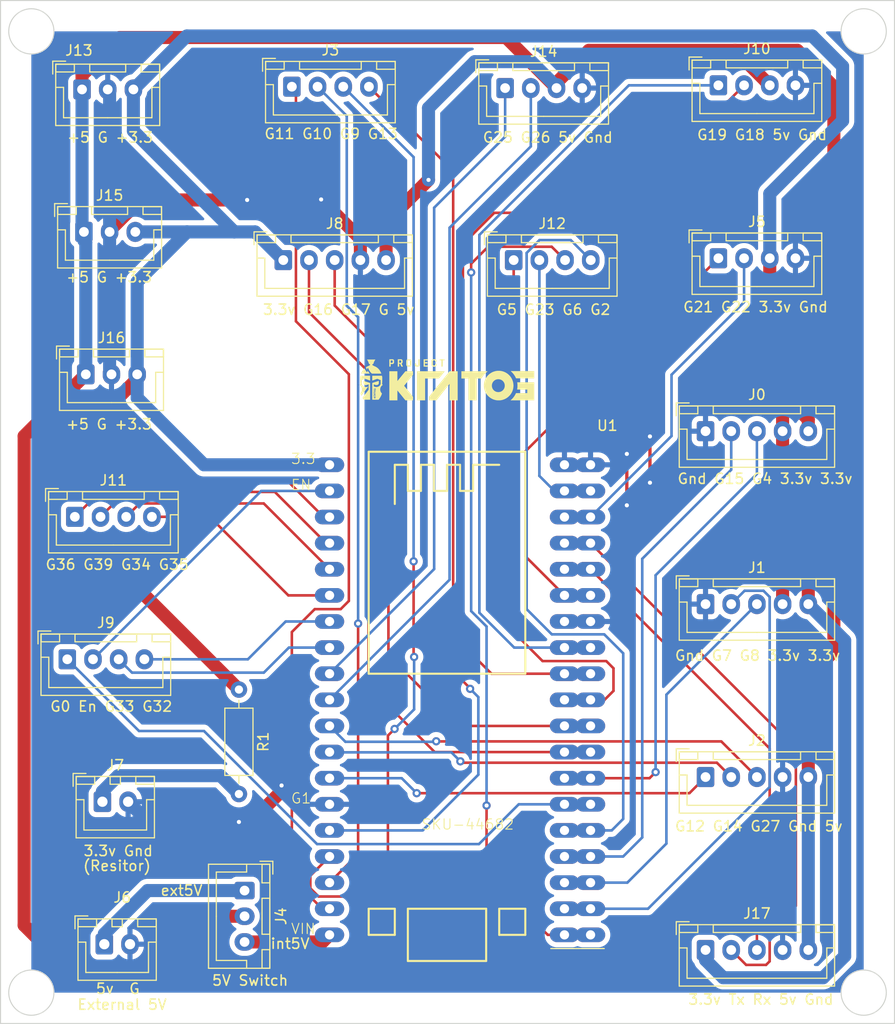
<source format=kicad_pcb>
(kicad_pcb (version 20240108) (generator "pcbnew") (generator_version "8.0")
  (layers (0 "F.Cu" mixed) (31 "B.Cu" mixed) (34 "B.Paste" user) (35 "F.Paste" user) (36 "B.SilkS" user "B.Silkscreen") (37 "F.SilkS" user "F.Silkscreen") (38 "B.Mask" user) (39 "F.Mask" user) (44 "Edge.Cuts" user))
  (net 0 "")
  (net 1 "GND")
  (net 2 "VCC")
  (net 3 "GPIO14")
  (net 4 "GPIO27")
  (net 5 "GPIO12")
  (net 6 "GPIO9")
  (net 7 "GPIO10")
  (net 8 "GPIO11")
  (net 9 "+5V")
  (net 10 "VAA")
  (net 11 "GPIO17")
  (net 12 "GPIO16")
  (net 13 "GPIO4")
  (net 14 "VCCQ")
  (net 15 "GPIO22")
  (net 16 "GPIO21")
  (net 17 "GPIO6")
  (net 18 "GPIO7")
  (net 19 "GPIO8")
  (net 20 "GPIO5")
  (net 21 "GPIO18")
  (net 22 "GPIO19")
  (net 23 "GPIO26")
  (net 24 "GPIO25")
  (net 25 "GPIO13")
  (net 26 "a_in_1")
  (net 27 "a_in_3")
  (net 28 "GPIO32")
  (net 29 "TX")
  (net 30 "RX")
  (net 31 "GPIO15")
  (net 32 "a_in_4")
  (net 33 "GPIO0")
  (net 34 "GPIO33")
  (net 35 "m4_4")
  (net 36 "a_in_2")
  (net 37 "GPIO23")
  (net 38 "SPI_RST")
  (net 39 "Net-(J7-Pin_1)")
  (footprint "Connector_JST:JST_XH_B4B-XH-A_1x04_P2.50mm_Vertical" (layer "F.Cu") (at 136.353083 41.383333)
    (property "Reference" "J3" (at 3.75 -3.55 0) (layer "F.SilkS"))
    (property "Value" "NPK converter" (hide yes))
    (pad "1" thru_hole roundrect (at 0 0) (size 1.7 1.95) (drill 0.95) (layers "*.Cu" "*.Mask") (roundrect_rratio 0.147059) (net 8 "GPIO11"))
    (pad "2" thru_hole oval (at 2.5 0) (size 1.7 1.95) (drill 0.95) (layers "*.Cu" "*.Mask") (net 7 "GPIO10"))
    (pad "3" thru_hole oval (at 5 0) (size 1.7 1.95) (drill 0.95) (layers "*.Cu" "*.Mask") (net 6 "GPIO9"))
    (pad "4" thru_hole oval (at 7.5 0) (size 1.7 1.95) (drill 0.95) (layers "*.Cu" "*.Mask") (net 25 "GPIO13"))
  )
  (footprint "Connector_JST:JST_XH_B2B-XH-A_1x02_P2.50mm_Vertical" (layer "F.Cu") (at 118.099998 124.7875)
    (property "Reference" "J6" (at 1.75 -4.55 0) (layer "F.SilkS"))
    (property "Value" "5V_in")
    (pad "1" thru_hole roundrect (at 0 0) (size 1.7 2) (drill 1) (layers "*.Cu" "*.Mask") (roundrect_rratio 0.147059) (net 9 "+5V"))
    (pad "2" thru_hole oval (at 2.5 0) (size 1.7 2) (drill 1) (layers "*.Cu" "*.Mask") (net 1 "GND"))
  )
  (footprint "Connector_JST:JST_XH_B4B-XH-A_1x04_P2.50mm_Vertical" (layer "F.Cu") (at 177.85925 58.07)
    (property "Reference" "J5" (at 3.75 -3.55 0) (layer "F.SilkS"))
    (property "Value" "spectral")
    (pad "1" thru_hole roundrect (at 0 0) (size 1.7 1.95) (drill 0.95) (layers "*.Cu" "*.Mask") (roundrect_rratio 0.147059) (net 16 "GPIO21"))
    (pad "2" thru_hole oval (at 2.5 0) (size 1.7 1.95) (drill 0.95) (layers "*.Cu" "*.Mask") (net 15 "GPIO22"))
    (pad "3" thru_hole oval (at 5 0) (size 1.7 1.95) (drill 0.95) (layers "*.Cu" "*.Mask") (net 14 "VCCQ"))
    (pad "4" thru_hole oval (at 7.5 0) (size 1.7 1.95) (drill 0.95) (layers "*.Cu" "*.Mask") (net 1 "GND"))
  )
  (footprint "Connector_JST:JST_XH_B4B-XH-A_1x04_P2.50mm_Vertical" (layer "F.Cu") (at 177.85925 41.25)
    (property "Reference" "J10" (at 3.75 -3.55 0) (layer "F.SilkS"))
    (property "Value" "Multichannel")
    (pad "1" thru_hole roundrect (at 0 0) (size 1.7 1.95) (drill 0.95) (layers "*.Cu" "*.Mask") (roundrect_rratio 0.147059) (net 22 "GPIO19"))
    (pad "2" thru_hole oval (at 2.5 0) (size 1.7 1.95) (drill 0.95) (layers "*.Cu" "*.Mask") (net 21 "GPIO18"))
    (pad "3" thru_hole oval (at 5 0) (size 1.7 1.95) (drill 0.95) (layers "*.Cu" "*.Mask") (net 2 "VCC"))
    (pad "4" thru_hole oval (at 7.5 0) (size 1.7 1.95) (drill 0.95) (layers "*.Cu" "*.Mask") (net 1 "GND"))
  )
  (footprint "Connector_JST:JST_XH_B3B-XH-A_1x03_P2.50mm_Vertical" (layer "F.Cu") (at 116.116666 55.506249)
    (property "Reference" "J15" (at 2.5 -3.55 0) (layer "F.SilkS"))
    (property "Value" "power2")
    (pad "1" thru_hole roundrect (at 0 0) (size 1.7 1.95) (drill 0.95) (layers "*.Cu" "*.Mask") (roundrect_rratio 0.147059) (net 2 "VCC"))
    (pad "2" thru_hole oval (at 2.5 0) (size 1.7 1.95) (drill 0.95) (layers "*.Cu" "*.Mask") (net 1 "GND"))
    (pad "3" thru_hole oval (at 5 0) (size 1.7 1.95) (drill 0.95) (layers "*.Cu" "*.Mask") (net 14 "VCCQ"))
  )
  (footprint "Connector_JST:JST_XH_B5B-XH-A_1x05_P2.50mm_Vertical" (layer "F.Cu") (at 176.60925 108.53)
    (property "Reference" "J2" (at 5 -3.55 0) (layer "F.SilkS"))
    (property "Value" "Drive")
    (pad "1" thru_hole roundrect (at 0 0) (size 1.7 1.95) (drill 0.95) (layers "*.Cu" "*.Mask") (roundrect_rratio 0.147059) (net 5 "GPIO12"))
    (pad "2" thru_hole oval (at 2.5 0) (size 1.7 1.95) (drill 0.95) (layers "*.Cu" "*.Mask") (net 3 "GPIO14"))
    (pad "3" thru_hole oval (at 5 0) (size 1.7 1.95) (drill 0.95) (layers "*.Cu" "*.Mask") (net 4 "GPIO27"))
    (pad "4" thru_hole oval (at 7.5 0) (size 1.7 1.95) (drill 0.95) (layers "*.Cu" "*.Mask") (net 1 "GND"))
    (pad "5" thru_hole oval (at 10 0) (size 1.7 1.95) (drill 0.95) (layers "*.Cu" "*.Mask") (net 2 "VCC"))
  )
  (footprint "node32:esp32_2in1_3dfixed" (layer "F.Cu") (at 152.05 99.75)
    (property "Reference" "U1" (at 15 -25.4 0) (layer "F.SilkS"))
    (property "Value" "NODEMCU32S")
    (fp_text user "3.3" (at -15.84 -21.59 0) (layer "F.SilkS") (effects (font (thickness 0.1)) (justify left bottom)))
    (fp_text user "VIN" (at -15.84 24.13 0) (layer "F.SilkS") (effects (font (thickness 0.1)) (justify left bottom)))
    (fp_text user "EN" (at -15.84 -19.05 0) (layer "F.SilkS") (effects (font (thickness 0.1)) (justify left bottom)))
    (fp_text user "G1" (at -15.84 11.43 0) (layer "F.SilkS") (effects (font (thickness 0.1)) (justify left bottom)))
    (fp_text user "SKU-44682" (at -3.14 13.97 0) (layer "F.SilkS") (effects (font (thickness 0.1)) (justify left bottom)))
    (pad "3V3" thru_hole oval (at -12.03 -21.59) (size 2.8448 1.4224) (drill 0.9) (layers "*.Cu" "*.Mask") (net 14 "VCCQ"))
    (pad "EN" thru_hole oval (at -12.03 -19.05) (size 2.8448 1.4224) (drill 0.9) (layers "*.Cu" "*.Mask") (net 38 "SPI_RST"))
    (pad "GND@1" thru_hole oval (at -12.03 11.43) (size 2.8448 1.4224) (drill 0.9) (layers "*.Cu" "*.Mask") (net 1 "GND"))
    (pad "GND@2" thru_hole oval (at 10.83 -21.59) (size 2.8448 1.4224) (drill 0.9) (layers "*.Cu" "*.Mask") (net 1 "GND"))
    (pad "GND@2" thru_hole oval (at 13.37 -21.59) (size 2.8448 1.4224) (drill 0.9) (layers "*.Cu" "*.Mask") (net 1 "GND"))
    (pad "GND@3" thru_hole oval (at 10.83 -6.35) (size 2.8448 1.4224) (drill 0.9) (layers "*.Cu" "*.Mask") (net 1 "GND"))
    (pad "GND@3" thru_hole oval (at 13.37 -6.35) (size 2.8448 1.4224) (drill 0.9) (layers "*.Cu" "*.Mask") (net 1 "GND"))
    (pad "GPIO0" thru_hole oval (at 10.83 11.43) (size 2.8448 1.4224) (drill 0.9) (layers "*.Cu" "*.Mask") (net 33 "GPIO0"))
    (pad "GPIO0" thru_hole oval (at 13.37 11.43) (size 2.8448 1.4224) (drill 0.9) (layers "*.Cu" "*.Mask") (net 33 "GPIO0"))
    (pad "GPIO2" thru_hole oval (at 10.83 13.97) (size 2.8448 1.4224) (drill 0.9) (layers "*.Cu" "*.Mask") (net 35 "m4_4"))
    (pad "GPIO2" thru_hole oval (at 13.37 13.97) (size 2.8448 1.4224) (drill 0.9) (layers "*.Cu" "*.Mask") (net 35 "m4_4"))
    (pad "GPIO4" thru_hole oval (at 10.83 8.89) (size 2.8448 1.4224) (drill 0.9) (layers "*.Cu" "*.Mask") (net 13 "GPIO4"))
    (pad "GPIO4" thru_hole oval (at 13.37 8.89) (size 2.8448 1.4224) (drill 0.9) (layers "*.Cu" "*.Mask") (net 13 "GPIO4"))
    (pad "GPIO5" thru_hole oval (at 10.83 1.27) (size 2.8448 1.4224) (drill 0.9) (layers "*.Cu" "*.Mask") (net 20 "GPIO5"))
    (pad "GPIO5" thru_hole oval (at 13.37 1.27) (size 2.8448 1.4224) (drill 0.9) (layers "*.Cu" "*.Mask") (net 20 "GPIO5"))
    (pad "GPIO6" thru_hole oval (at 10.83 24.13) (size 2.8448 1.4224) (drill 0.9) (layers "*.Cu" "*.Mask") (net 17 "GPIO6"))
    (pad "GPIO6" thru_hole oval (at 13.37 24.13) (size 2.8448 1.4224) (drill 0.9) (layers "*.Cu" "*.Mask") (net 17 "GPIO6"))
    (pad "GPIO7" thru_hole oval (at 10.83 21.59) (size 2.8448 1.4224) (drill 0.9) (layers "*.Cu" "*.Mask") (net 18 "GPIO7"))
    (pad "GPIO7" thru_hole oval (at 13.37 21.59) (size 2.8448 1.4224) (drill 0.9) (layers "*.Cu" "*.Mask") (net 18 "GPIO7"))
    (pad "GPIO8" thru_hole oval (at 10.83 19.05) (size 2.8448 1.4224) (drill 0.9) (layers "*.Cu" "*.Mask") (net 19 "GPIO8"))
    (pad "GPIO8" thru_hole oval (at 13.37 19.05) (size 2.8448 1.4224) (drill 0.9) (layers "*.Cu" "*.Mask") (net 19 "GPIO8"))
    (pad "GPIO9" thru_hole oval (at -12.03 16.51) (size 2.8448 1.4224) (drill 0.9) (layers "*.Cu" "*.Mask") (net 6 "GPIO9"))
    (pad "GPIO10" thru_hole oval (at -12.03 19.05) (size 2.8448 1.4224) (drill 0.9) (layers "*.Cu" "*.Mask") (net 7 "GPIO10"))
    (pad "GPIO11" thru_hole oval (at -12.03 21.59) (size 2.8448 1.4224) (drill 0.9) (layers "*.Cu" "*.Mask") (net 8 "GPIO11"))
    (pad "GPIO12" thru_hole oval (at -12.03 8.89) (size 2.8448 1.4224) (drill 0.9) (layers "*.Cu" "*.Mask") (net 5 "GPIO12"))
    (pad "GPIO13" thru_hole oval (at -12.03 13.97) (size 2.8448 1.4224) (drill 0.9) (layers "*.Cu" "*.Mask") (net 25 "GPIO13"))
    (pad "GPIO14" thru_hole oval (at -12.03 6.35) (size 2.8448 1.4224) (drill 0.9) (layers "*.Cu" "*.Mask") (net 3 "GPIO14"))
    (pad "GPIO15" thru_hole oval (at 10.83 16.51) (size 2.8448 1.4224) (drill 0.9) (layers "*.Cu" "*.Mask") (net 31 "GPIO15"))
    (pad "GPIO15" thru_hole oval (at 13.37 16.51) (size 2.8448 1.4224) (drill 0.9) (layers "*.Cu" "*.Mask") (net 31 "GPIO15"))
    (pad "GPIO16" thru_hole oval (at 10.83 6.35) (size 2.8448 1.4224) (drill 0.9) (layers "*.Cu" "*.Mask") (net 12 "GPIO16"))
    (pad "GPIO16" thru_hole oval (at 13.37 6.35) (size 2.8448 1.4224) (drill 0.9) (layers "*.Cu" "*.Mask") (net 12 "GPIO16"))
    (pad "GPIO17" thru_hole oval (at 10.83 3.81) (size 2.8448 1.4224) (drill 0.9) (layers "*.Cu" "*.Mask") (net 11 "GPIO17"))
    (pad "GPIO17" thru_hole oval (at 13.37 3.81) (size 2.8448 1.4224) (drill 0.9) (layers "*.Cu" "*.Mask") (net 11 "GPIO17"))
    (pad "GPIO18" thru_hole oval (at 10.83 -1.27) (size 2.8448 1.4224) (drill 0.9) (layers "*.Cu" "*.Mask") (net 21 "GPIO18"))
    (pad "GPIO18" thru_hole oval (at 13.37 -1.27) (size 2.8448 1.4224) (drill 0.9) (layers "*.Cu" "*.Mask") (net 21 "GPIO18"))
    (pad "GPIO19" thru_hole oval (at 10.83 -3.81) (size 2.8448 1.4224) (drill 0.9) (layers "*.Cu" "*.Mask") (net 22 "GPIO19"))
    (pad "GPIO19" thru_hole oval (at 13.37 -3.81) (size 2.8448 1.4224) (drill 0.9) (layers "*.Cu" "*.Mask") (net 22 "GPIO19"))
    (pad "GPIO21" thru_hole oval (at 10.83 -8.89) (size 2.8448 1.4224) (drill 0.9) (layers "*.Cu" "*.Mask") (net 16 "GPIO21"))
    (pad "GPIO21" thru_hole oval (at 13.37 -8.89) (size 2.8448 1.4224) (drill 0.9) (layers "*.Cu" "*.Mask") (net 16 "GPIO21"))
    (pad "GPIO22" thru_hole oval (at 10.83 -16.51) (size 2.8448 1.4224) (drill 0.9) (layers "*.Cu" "*.Mask") (net 15 "GPIO22"))
    (pad "GPIO22" thru_hole oval (at 13.37 -16.51) (size 2.8448 1.4224) (drill 0.9) (layers "*.Cu" "*.Mask") (net 15 "GPIO22"))
    (pad "GPIO23" thru_hole oval (at 10.83 -19.05) (size 2.8448 1.4224) (drill 0.9) (layers "*.Cu" "*.Mask") (net 37 "GPIO23"))
    (pad "GPIO23" thru_hole oval (at 13.37 -19.05) (size 2.8448 1.4224) (drill 0.9) (layers "*.Cu" "*.Mask") (net 37 "GPIO23"))
    (pad "GPIO25" thru_hole oval (at -12.03 -1.27) (size 2.8448 1.4224) (drill 0.9) (layers "*.Cu" "*.Mask") (net 24 "GPIO25"))
    (pad "GPIO26" thru_hole oval (at -12.03 1.27) (size 2.8448 1.4224) (drill 0.9) (layers "*.Cu" "*.Mask") (net 23 "GPIO26"))
    (pad "GPIO27" thru_hole oval (at -12.03 3.81) (size 2.8448 1.4224) (drill 0.9) (layers "*.Cu" "*.Mask") (net 4 "GPIO27"))
    (pad "GPIO32" thru_hole oval (at -12.03 -6.35) (size 2.8448 1.4224) (drill 0.9) (layers "*.Cu" "*.Mask") (net 28 "GPIO32"))
    (pad "GPIO33" thru_hole oval (at -12.03 -3.81) (size 2.8448 1.4224) (drill 0.9) (layers "*.Cu" "*.Mask") (net 34 "GPIO33"))
    (pad "GPIO34" thru_hole oval (at -12.03 -11.43) (size 2.8448 1.4224) (drill 0.9) (layers "*.Cu" "*.Mask") (net 26 "a_in_1"))
    (pad "GPIO35" thru_hole oval (at -12.03 -8.89) (size 2.8448 1.4224) (drill 0.9) (layers "*.Cu" "*.Mask") (net 36 "a_in_2"))
    (pad "GPIO36" thru_hole oval (at -12.03 -16.51) (size 2.8448 1.4224) (drill 0.9) (layers "*.Cu" "*.Mask") (net 27 "a_in_3"))
    (pad "GPIO39" thru_hole oval (at -12.03 -13.97) (size 2.8448 1.4224) (drill 0.9) (layers "*.Cu" "*.Mask") (net 32 "a_in_4"))
    (pad "RX0" thru_hole oval (at 10.83 -11.43) (size 2.8448 1.4224) (drill 0.9) (layers "*.Cu" "*.Mask") (net 30 "RX"))
    (pad "RX0" thru_hole oval (at 13.37 -11.43) (size 2.8448 1.4224) (drill 0.9) (layers "*.Cu" "*.Mask") (net 30 "RX"))
    (pad "TX0" thru_hole oval (at 10.83 -13.97) (size 2.8448 1.4224) (drill 0.9) (layers "*.Cu" "*.Mask") (net 29 "TX"))
    (pad "TX0" thru_hole oval (at 13.37 -13.97) (size 2.8448 1.4224) (drill 0.9) (layers "*.Cu" "*.Mask") (net 29 "TX"))
    (pad "VIN" thru_hole oval (at -12.03 24.13) (size 2.8448 1.4224) (drill 0.9) (layers "*.Cu" "*.Mask") (net 10 "VAA"))
  )
  (footprint "Connector_JST:JST_XH_B4B-XH-A_1x04_P2.50mm_Vertical" (layer "F.Cu") (at 157.106166 41.516666)
    (property "Reference" "J14" (at 3.75 -3.55 0) (layer "F.SilkS"))
    (property "Value" "eCO2")
    (pad "1" thru_hole roundrect (at 0 0) (size 1.7 1.95) (drill 0.95) (layers "*.Cu" "*.Mask") (roundrect_rratio 0.147059) (net 24 "GPIO25"))
    (pad "2" thru_hole oval (at 2.5 0) (size 1.7 1.95) (drill 0.95) (layers "*.Cu" "*.Mask") (net 23 "GPIO26"))
    (pad "3" thru_hole oval (at 5 0) (size 1.7 1.95) (drill 0.95) (layers "*.Cu" "*.Mask") (net 2 "VCC"))
    (pad "4" thru_hole oval (at 7.5 0) (size 1.7 1.95) (drill 0.95) (layers "*.Cu" "*.Mask") (net 1 "GND"))
  )
  (footprint "Connector_JST:JST_XH_B5B-XH-A_1x05_P2.50mm_Vertical" (layer "F.Cu") (at 176.60925 74.89)
    (property "Reference" "J0" (at 5 -3.55 0) (layer "F.SilkS"))
    (property "Value" "Encoder1")
    (pad "1" thru_hole roundrect (at 0 0) (size 1.7 1.95) (drill 0.95) (layers "*.Cu" "*.Mask") (roundrect_rratio 0.147059) (net 1 "GND"))
    (pad "2" thru_hole oval (at 2.5 0) (size 1.7 1.95) (drill 0.95) (layers "*.Cu" "*.Mask") (net 31 "GPIO15"))
    (pad "3" thru_hole oval (at 5 0) (size 1.7 1.95) (drill 0.95) (layers "*.Cu" "*.Mask") (net 13 "GPIO4"))
    (pad "4" thru_hole oval (at 7.5 0) (size 1.7 1.95) (drill 0.95) (layers "*.Cu" "*.Mask") (net 14 "VCCQ"))
    (pad "5" thru_hole oval (at 10 0) (size 1.7 1.95) (drill 0.95) (layers "*.Cu" "*.Mask") (net 14 "VCCQ"))
  )
  (footprint "Resistor_THT:R_Axial_DIN0207_L6.3mm_D2.5mm_P10.16mm_Horizontal" (layer "F.Cu") (at 131.2 100.02 -90)
    (property "Reference" "R1" (at 5.08 -2.37 90) (layer "F.SilkS"))
    (property "Value" "R")
    (pad "1" thru_hole circle (at 0 0 270) (size 1.6 1.6) (drill 0.8) (layers "*.Cu" "*.Mask") (net 14 "VCCQ"))
    (pad "2" thru_hole oval (at 10.16 0 270) (size 1.6 1.6) (drill 0.8) (layers "*.Cu" "*.Mask") (net 39 "Net-(J7-Pin_1)"))
  )
  (footprint "Connector_JST:JST_XH_B3B-XH-A_1x03_P2.50mm_Vertical" (layer "F.Cu") (at 116.299999 69.362499)
    (property "Reference" "J16" (at 2.5 -3.55 0) (layer "F.SilkS"))
    (property "Value" "power3")
    (pad "1" thru_hole roundrect (at 0 0) (size 1.7 1.95) (drill 0.95) (layers "*.Cu" "*.Mask") (roundrect_rratio 0.147059) (net 2 "VCC"))
    (pad "2" thru_hole oval (at 2.5 0) (size 1.7 1.95) (drill 0.95) (layers "*.Cu" "*.Mask") (net 1 "GND"))
    (pad "3" thru_hole oval (at 5 0) (size 1.7 1.95) (drill 0.95) (layers "*.Cu" "*.Mask") (net 14 "VCCQ"))
  )
  (footprint "Connector_JST:JST_XH_B5B-XH-A_1x05_P2.50mm_Vertical" (layer "F.Cu") (at 176.60925 91.71)
    (property "Reference" "J1" (at 5 -3.55 0) (layer "F.SilkS"))
    (property "Value" "Encoder2")
    (pad "1" thru_hole roundrect (at 0 0) (size 1.7 1.95) (drill 0.95) (layers "*.Cu" "*.Mask") (roundrect_rratio 0.147059) (net 1 "GND"))
    (pad "2" thru_hole oval (at 2.5 0) (size 1.7 1.95) (drill 0.95) (layers "*.Cu" "*.Mask") (net 18 "GPIO7"))
    (pad "3" thru_hole oval (at 5 0) (size 1.7 1.95) (drill 0.95) (layers "*.Cu" "*.Mask") (net 19 "GPIO8"))
    (pad "4" thru_hole oval (at 7.5 0) (size 1.7 1.95) (drill 0.95) (layers "*.Cu" "*.Mask") (net 14 "VCCQ"))
    (pad "5" thru_hole oval (at 10 0) (size 1.7 1.95) (drill 0.95) (layers "*.Cu" "*.Mask") (net 14 "VCCQ"))
  )
  (footprint "Connector_JST:JST_XH_B5B-XH-A_1x05_P2.50mm_Vertical" (layer "F.Cu") (at 176.60925 125.35)
    (property "Reference" "J17" (at 5 -3.55 0) (layer "F.SilkS"))
    (property "Value" "uart")
    (pad "1" thru_hole roundrect (at 0 0) (size 1.7 1.95) (drill 0.95) (layers "*.Cu" "*.Mask") (roundrect_rratio 0.147059) (net 14 "VCCQ"))
    (pad "2" thru_hole oval (at 2.5 0) (size 1.7 1.95) (drill 0.95) (layers "*.Cu" "*.Mask") (net 29 "TX"))
    (pad "3" thru_hole oval (at 5 0) (size 1.7 1.95) (drill 0.95) (layers "*.Cu" "*.Mask") (net 30 "RX"))
    (pad "4" thru_hole oval (at 7.5 0) (size 1.7 1.95) (drill 0.95) (layers "*.Cu" "*.Mask") (net 1 "GND"))
    (pad "5" thru_hole oval (at 10 0) (size 1.7 1.95) (drill 0.95) (layers "*.Cu" "*.Mask") (net 2 "VCC"))
  )
  (footprint "Connector_JST:JST_XH_B4B-XH-A_1x04_P2.50mm_Vertical" (layer "F.Cu") (at 157.9395 58.25)
    (property "Reference" "J12" (at 3.75 -3.55 0) (layer "F.SilkS"))
    (property "Value" "extra3")
    (pad "1" thru_hole roundrect (at 0 0) (size 1.7 1.95) (drill 0.95) (layers "*.Cu" "*.Mask") (roundrect_rratio 0.147059) (net 20 "GPIO5"))
    (pad "2" thru_hole oval (at 2.5 0) (size 1.7 1.95) (drill 0.95) (layers "*.Cu" "*.Mask") (net 37 "GPIO23"))
    (pad "3" thru_hole oval (at 5 0) (size 1.7 1.95) (drill 0.95) (layers "*.Cu" "*.Mask") (net 17 "GPIO6"))
    (pad "4" thru_hole oval (at 7.5 0) (size 1.7 1.95) (drill 0.95) (layers "*.Cu" "*.Mask") (net 35 "m4_4"))
  )
  (footprint "Connector_JST:JST_XH_B4B-XH-A_1x04_P2.50mm_Vertical" (layer "F.Cu") (at 114.5 97.074999)
    (property "Reference" "J9" (at 3.75 -3.55 0) (layer "F.SilkS"))
    (property "Value" "extra1")
    (pad "1" thru_hole roundrect (at 0 0) (size 1.7 1.95) (drill 0.95) (layers "*.Cu" "*.Mask") (roundrect_rratio 0.147059) (net 33 "GPIO0"))
    (pad "2" thru_hole oval (at 2.5 0) (size 1.7 1.95) (drill 0.95) (layers "*.Cu" "*.Mask") (net 38 "SPI_RST"))
    (pad "3" thru_hole oval (at 5 0) (size 1.7 1.95) (drill 0.95) (layers "*.Cu" "*.Mask") (net 34 "GPIO33"))
    (pad "4" thru_hole oval (at 7.5 0) (size 1.7 1.95) (drill 0.95) (layers "*.Cu" "*.Mask") (net 28 "GPIO32"))
  )
  (footprint "Connector_JST:JST_XH_B5B-XH-A_1x05_P2.50mm_Vertical" (layer "F.Cu") (at 135.51975 58.25)
    (property "Reference" "J8" (at 5 -3.55 0) (layer "F.SilkS"))
    (property "Value" "i2c pin1")
    (pad "1" thru_hole roundrect (at 0 0) (size 1.7 1.95) (drill 0.95) (layers "*.Cu" "*.Mask") (roundrect_rratio 0.147059) (net 14 "VCCQ"))
    (pad "2" thru_hole oval (at 2.5 0) (size 1.7 1.95) (drill 0.95) (layers "*.Cu" "*.Mask") (net 12 "GPIO16"))
    (pad "3" thru_hole oval (at 5 0) (size 1.7 1.95) (drill 0.95) (layers "*.Cu" "*.Mask") (net 11 "GPIO17"))
    (pad "4" thru_hole oval (at 7.5 0) (size 1.7 1.95) (drill 0.95) (layers "*.Cu" "*.Mask") (net 1 "GND"))
    (pad "5" thru_hole oval (at 10 0) (size 1.7 1.95) (drill 0.95) (layers "*.Cu" "*.Mask") (net 2 "VCC"))
  )
  (footprint "Connector_JST:JST_XH_B4B-XH-A_1x04_P2.50mm_Vertical" (layer "F.Cu") (at 115.233332 83.218749)
    (property "Reference" "J11" (at 3.75 -3.55 0) (layer "F.SilkS"))
    (property "Value" "extra2")
    (pad "1" thru_hole roundrect (at 0 0) (size 1.7 1.95) (drill 0.95) (layers "*.Cu" "*.Mask") (roundrect_rratio 0.147059) (net 27 "a_in_3"))
    (pad "2" thru_hole oval (at 2.5 0) (size 1.7 1.95) (drill 0.95) (layers "*.Cu" "*.Mask") (net 32 "a_in_4"))
    (pad "3" thru_hole oval (at 5 0) (size 1.7 1.95) (drill 0.95) (layers "*.Cu" "*.Mask") (net 26 "a_in_1"))
    (pad "4" thru_hole oval (at 7.5 0) (size 1.7 1.95) (drill 0.95) (layers "*.Cu" "*.Mask") (net 36 "a_in_2"))
  )
  (footprint "Connector_JST:JST_XH_B2B-XH-A_1x02_P2.50mm_Vertical" (layer "F.Cu") (at 117.916665 110.931249)
    (property "Reference" "J7" (at 1.25 -3.55 0) (layer "F.SilkS"))
    (property "Value" "led")
    (pad "1" thru_hole roundrect (at 0 0) (size 1.7 2) (drill 1) (layers "*.Cu" "*.Mask") (roundrect_rratio 0.147059) (net 39 "Net-(J7-Pin_1)"))
    (pad "2" thru_hole oval (at 2.5 0) (size 1.7 2) (drill 1) (layers "*.Cu" "*.Mask") (net 1 "GND"))
  )
  (footprint "Connector_JST:JST_XH_B3B-XH-A_1x03_P2.50mm_Vertical" (layer "F.Cu") (at 131.75 119.57 -90)
    (property "Reference" "J4" (at 2.5 -3.55 90) (layer "F.SilkS"))
    (property "Value" "5V_switch")
    (pad "1" thru_hole roundrect (at 0 0 270) (size 1.7 1.95) (drill 0.95) (layers "*.Cu" "*.Mask") (roundrect_rratio 0.147059) (net 9 "+5V"))
    (pad "2" thru_hole oval (at 2.5 0 270) (size 1.7 1.95) (drill 0.95) (layers "*.Cu" "*.Mask") (net 2 "VCC"))
    (pad "3" thru_hole oval (at 5 0 270) (size 1.7 1.95) (drill 0.95) (layers "*.Cu" "*.Mask") (net 10 "VAA"))
  )
  (footprint "Connector_JST:JST_XH_B3B-XH-A_1x03_P2.50mm_Vertical" (layer "F.Cu") (at 115.933333 41.649999)
    (property "Reference" "J13" (at -0.3 -3.795832 0) (layer "F.SilkS"))
    (property "Value" "power1")
    (pad "1" thru_hole roundrect (at 0 0) (size 1.7 1.95) (drill 0.95) (layers "*.Cu" "*.Mask") (roundrect_rratio 0.147059) (net 2 "VCC"))
    (pad "2" thru_hole oval (at 2.5 0) (size 1.7 1.95) (drill 0.95) (layers "*.Cu" "*.Mask") (net 1 "GND"))
    (pad "3" thru_hole oval (at 5 0) (size 1.7 1.95) (drill 0.95) (layers "*.Cu" "*.Mask") (net 14 "VCCQ"))
  )
  (footprint "node32:KratosLOGO" (layer "F.Cu") (at 151.45 69.89)
    (property "Reference" "KratosLogo" (hide yes))
    (property "Value" "LOGO" (hide yes))
  )
  (gr_circle (center 111 129.5) (end 113.2 129.5) (stroke (width 0.1)) (fill none) (layer "Edge.Cuts"))
  (gr_circle (center 192 36) (end 194.2 36) (stroke (width 0.1)) (fill none) (layer "Edge.Cuts"))
  (gr_rect (start 108 33) (end 195 132.5) (stroke (width 0.1)) (fill none) (layer "Edge.Cuts"))
  (gr_circle (center 111 36) (end 113.2 36) (stroke (width 0.1)) (fill none) (layer "Edge.Cuts"))
  (gr_circle (center 192 129.5) (end 194.2 129.5) (stroke (width 0.1)) (fill none) (layer "Edge.Cuts"))
  (gr_text "+5 G +3.3" (at 114.316666 60.5 0) (layer "F.SilkS") (effects (font (size 1 1)) (justify left bottom)))
  (gr_text "+5 G +3.3" (at 114.4 46.9 0) (layer "F.SilkS") (effects (font (size 1 1)) (justify left bottom)))
  (gr_text "Gnd G15 G4 3.3v 3.3v" (at 173.8 80.1 0) (layer "F.SilkS") (effects (font (size 1 1)) (justify left bottom)))
  (gr_text "G36 G39 G34 G35" (at 112.3 88.45 0) (layer "F.SilkS") (effects (font (size 1 1)) (justify left bottom)))
  (gr_text "3.3v G16 G17 G 5v" (at 133.45 63.65 0) (layer "F.SilkS") (effects (font (size 1 1)) (justify left bottom)))
  (gr_text "3.3v Tx Rx 5v Gnd " (at 174.85 130.75 0) (layer "F.SilkS") (effects (font (size 1 1)) (justify left bottom)))
  (gr_text "(Resitor)" (at 115.95 117.75 0) (layer "F.SilkS") (effects (font (size 1 1)) (justify left bottom)))
  (gr_text "ext5V" (at 123.5 120.15 0) (layer "F.SilkS") (effects (font (size 1 1)) (justify left bottom)))
  (gr_text "External 5V" (at 115.4 131.25 0) (layer "F.SilkS") (effects (font (size 1 1)) (justify left bottom)))
  (gr_text "G0 En G33 G32" (at 112.75 102.25 0) (layer "F.SilkS") (effects (font (size 1 1)) (justify left bottom)))
  (gr_text "5V Switch" (at 128.5 128.9 0) (layer "F.SilkS") (effects (font (size 1 1)) (justify left bottom)))
  (gr_text "5v  G" (at 117.2 129.7 0) (layer "F.SilkS") (effects (font (size 1 1)) (justify left bottom)))
  (gr_text "G11 G10 G9 G13" (at 133.6 46.55 0) (layer "F.SilkS") (effects (font (size 1 1)) (justify left bottom)))
  (gr_text "Gnd G7 G8 3.3v 3.3v" (at 173.55 97.3 0) (layer "F.SilkS") (effects (font (size 1 1)) (justify left bottom)))
  (gr_text "G21 G22 3.3v Gnd\n" (at 174.35 63.4 0) (layer "F.SilkS") (effects (font (size 1 1)) (justify left bottom)))
  (gr_text "G25 G26 5v Gnd\n" (at 154.85 46.9 0) (layer "F.SilkS") (effects (font (size 1 1)) (justify left bottom)))
  (gr_text "int5V" (at 134.2 125.32 0) (layer "F.SilkS") (effects (font (size 1 1)) (justify left bottom)))
  (gr_text "G19 G18 5v Gnd\n" (at 175.7 46.65 0) (layer "F.SilkS") (effects (font (size 1 1)) (justify left bottom)))
  (gr_text "G12 G14 G27 Gnd 5v" (at 173.55 113.9 0) (layer "F.SilkS") (effects (font (size 1 1)) (justify left bottom)))
  (gr_text "3.3v Gnd" (at 116 116.3 0) (layer "F.SilkS") (effects (font (size 1 1)) (justify left bottom)))
  (gr_text "G5 G23 G6 G2" (at 156.2 63.65 0) (layer "F.SilkS") (effects (font (size 1 1)) (justify left bottom)))
  (gr_text "+5 G +3.3" (at 114.3 74.8 0) (layer "F.SilkS") (effects (font (size 1 1)) (justify left bottom)))
  (segment (start 168.95 82.1) (end 168.95 77.1) (width 0.3175) (layer "F.Cu") (net 1))
  (segment (start 132.35 112.9) (end 131.2 112.9) (width 1.27) (layer "F.Cu") (net 1))
  (segment (start 143.01975 58.25) (end 143.01975 56.16975) (width 1.27) (layer "F.Cu") (net 1))
  (segment (start 132 52.4) (end 121.597915 52.4) (width 1.27) (layer "F.Cu") (net 1))
  (segment (start 118.616666 55.381249) (end 118.616666 55.506249) (width 1.27) (layer "F.Cu") (net 1))
  (segment (start 121.597915 52.4) (end 118.616666 55.381249) (width 1.27) (layer "F.Cu") (net 1))
  (segment (start 135.35 109.9) (end 132.35 112.9) (width 1.27) (layer "F.Cu") (net 1))
  (segment (start 135.35 109.35) (end 135.35 109.9) (width 1.27) (layer "F.Cu") (net 1))
  (segment (start 143.01975 56.16975) (end 139.2 52.35) (width 1.27) (layer "F.Cu") (net 1))
  (segment (start 171.2 79.9) (end 171.2 75.4) (width 0.3175) (layer "F.Cu") (net 1))
  (via (at 135.35 109.35) (size 0.8) (drill 0.4) (layers "F.Cu" "B.Cu") (net 1))
  (via (at 171.2 75.4) (size 0.8) (drill 0.4) (layers "F.Cu" "B.Cu") (net 1))
  (via (at 139.2 52.35) (size 0.8) (drill 0.4) (layers "F.Cu" "B.Cu") (net 1))
  (via (at 132 52.4) (size 0.8) (drill 0.4) (layers "F.Cu" "B.Cu") (net 1))
  (via (at 131.2 112.9) (size 0.8) (drill 0.4) (layers "F.Cu" "B.Cu") (net 1))
  (via (at 168.95 77.1) (size 0.8) (drill 0.4) (layers "F.Cu" "B.Cu") (net 1))
  (via (at 168.95 82.1) (size 0.8) (drill 0.4) (layers "F.Cu" "B.Cu") (net 1))
  (via (at 171.2 79.9) (size 0.8) (drill 0.4) (layers "F.Cu" "B.Cu") (net 1))
  (segment (start 132.05 52.35) (end 132 52.4) (width 1.27) (layer "B.Cu") (net 1))
  (segment (start 131.2 112.9) (end 122.385416 112.9) (width 1.27) (layer "B.Cu") (net 1))
  (segment (start 118.616666 41.833332) (end 118.433333 41.649999) (width 1.27) (layer "B.Cu") (net 1))
  (segment (start 118.616666 55.506249) (end 118.616666 69.179166) (width 1.27) (layer "B.Cu") (net 1))
  (segment (start 139.2 52.35) (end 132.05 52.35) (width 1.27) (layer "B.Cu") (net 1))
  (segment (start 118.616666 69.179166) (end 118.799999 69.362499) (width 1.27) (layer "B.Cu") (net 1))
  (segment (start 118.616666 55.506249) (end 118.616666 41.833332) (width 1.27) (layer "B.Cu") (net 1))
  (segment (start 122.385416 112.9) (end 120.416665 110.931249) (width 1.27) (layer "B.Cu") (net 1))
  (segment (start 128.63 122.07) (end 121.85 128.85) (width 1.27) (layer "F.Cu") (net 2))
  (segment (start 157.19745 36.6) (end 119.6 36.6) (width 1.27) (layer "F.Cu") (net 2))
  (segment (start 179.4672 37.85) (end 165.25 37.85) (width 1.27) (layer "F.Cu") (net 2))
  (segment (start 162.106166 40.993834) (end 162.106166 41.516666) (width 1.27) (layer "F.Cu") (net 2))
  (segment (start 110.3 122.95) (end 110.3 75.362498) (width 1.27) (layer "F.Cu") (net 2))
  (segment (start 119.6 36.6) (end 115.933333 40.266667) (width 1.27) (layer "F.Cu") (net 2))
  (segment (start 186.60925 108.53) (end 186.60925 98.79075) (width 1.27) (layer "F.Cu") (net 2))
  (segment (start 189.1 96.3) (end 189.1 41.4) (width 1.27) (layer "F.Cu") (net 2))
  (segment (start 145.51975 54.58025) (end 149.65 50.45) (width 1.27) (layer "F.Cu") (net 2))
  (segment (start 145.51975 58.25) (end 145.51975 54.58025) (width 1.27) (layer "F.Cu") (net 2))
  (segment (start 182.45 40.84075) (end 182.85925 41.25) (width 1.27) (layer "F.Cu") (net 2))
  (segment (start 131.75 122.07) (end 128.63 122.07) (width 1.27) (layer "F.Cu") (net 2))
  (segment (start 186.60925 98.79075) (end 189.1 96.3) (width 1.27) (layer "F.Cu") (net 2))
  (segment (start 185.55 37.85) (end 179.4672 37.85) (width 1.27) (layer "F.Cu") (net 2))
  (segment (start 116.2 128.85) (end 110.3 122.95) (width 1.27) (layer "F.Cu") (net 2))
  (segment (start 182.85925 41.25) (end 182.85925 41.24205) (width 1.27) (layer "F.Cu") (net 2))
  (segment (start 182.85925 41.24205) (end 179.4672 37.85) (width 1.27) (layer "F.Cu") (net 2))
  (segment (start 110.3 75.362498) (end 116.299999 69.362499) (width 1.27) (layer "F.Cu") (net 2))
  (segment (start 121.85 128.85) (end 116.2 128.85) (width 1.27) (layer "F.Cu") (net 2))
  (segment (start 165.25 37.85) (end 162.106166 40.993834) (width 1.27) (layer "F.Cu") (net 2))
  (segment (start 162.106166 41.516666) (end 162.106166 41.508716) (width 1.27) (layer "F.Cu") (net 2))
  (segment (start 189.1 41.4) (end 185.55 37.85) (width 1.27) (layer "F.Cu") (net 2))
  (segment (start 115.933333 40.266667) (end 115.933333 41.649999) (width 1.27) (layer "F.Cu") (net 2))
  (segment (start 162.106166 41.508716) (end 157.19745 36.6) (width 1.27) (layer "F.Cu") (net 2))
  (via (at 149.65 50.45) (size 0.8) (drill 0.4) (layers "F.Cu" "B.Cu") (net 2))
  (segment (start 154.15 38.95) (end 159.6645 38.95) (width 1.27) (layer "B.Cu") (net 2))
  (segment (start 116.116666 55.506249) (end 116.116666 56.333334) (width 1.27) (layer "B.Cu") (net 2))
  (segment (start 159.6645 38.95) (end 162.106166 41.391666) (width 1.27) (layer "B.Cu") (net 2))
  (segment (start 116.116666 56.333334) (end 116.299999 56.516667) (width 1.27) (layer "B.Cu") (net 2))
  (segment (start 115.933333 55.322916) (end 116.116666 55.506249) (width 1.27) (layer "B.Cu") (net 2))
  (segment (start 149.65 50.45) (end 149.65 43.45) (width 1.27) (layer "B.Cu") (net 2))
  (segment (start 162.106166 41.391666) (end 162.106166 41.516666) (width 1.27) (layer "B.Cu") (net 2))
  (segment (start 186.60925 108.53) (end 186.60925 125.35) (width 1.27) (layer "B.Cu") (net 2))
  (segment (start 149.65 43.45) (end 154.15 38.95) (width 1.27) (layer "B.Cu") (net 2))
  (segment (start 115.933333 41.649999) (end 115.933333 55.322916) (width 1.27) (layer "B.Cu") (net 2))
  (segment (start 116.299999 56.516667) (end 116.299999 69.362499) (width 1.27) (layer "B.Cu") (net 2))
  (segment (start 152.75 107) (end 152.8862 107.1362) (width 0.25) (layer "F.Cu") (net 3))
  (segment (start 152.8862 107.1362) (end 177.71545 107.1362) (width 0.25) (layer "F.Cu") (net 3))
  (segment (start 177.71545 107.1362) (end 179.10925 108.53) (width 0.25) (layer "F.Cu") (net 3))
  (via (at 152.75 107) (size 0.8) (drill 0.4) (layers "F.Cu" "B.Cu") (net 3))
  (segment (start 151.875 106.125) (end 140.045 106.125) (width 0.25) (layer "B.Cu") (net 3))
  (segment (start 152.75 107) (end 151.875 106.125) (width 0.25) (layer "B.Cu") (net 3))
  (segment (start 140.045 106.125) (end 140.02 106.1) (width 0.25) (layer "B.Cu") (net 3))
  (segment (start 150.4138 105.0638) (end 150.4 105.05) (width 0.25) (layer "F.Cu") (net 4))
  (segment (start 178.14305 105.0638) (end 150.4138 105.0638) (width 0.25) (layer "F.Cu") (net 4))
  (segment (start 181.60925 108.53) (end 178.14305 105.0638) (width 0.25) (layer "F.Cu") (net 4))
  (via (at 150.4 105.05) (size 0.8) (drill 0.4) (layers "F.Cu" "B.Cu") (net 4))
  (segment (start 141.56 105.1) (end 140.02 103.56) (width 0.25) (layer "B.Cu") (net 4))
  (segment (start 150.35 105.1) (end 141.56 105.1) (width 0.25) (layer "B.Cu") (net 4))
  (segment (start 150.4 105.05) (end 150.35 105.1) (width 0.25) (layer "B.Cu") (net 4))
  (segment (start 176.60925 108.53) (end 175.03925 110.1) (width 0.25) (layer "F.Cu") (net 5))
  (segment (start 175.03925 110.1) (end 148.5 110.1) (width 0.25) (layer "F.Cu") (net 5))
  (via (at 148.5 110.1) (size 0.8) (drill 0.4) (layers "F.Cu" "B.Cu") (net 5))
  (segment (start 148.5 110.1) (end 147.04 108.64) (width 0.25) (layer "B.Cu") (net 5))
  (segment (start 147.04 108.64) (end 140.02 108.64) (width 0.25) (layer "B.Cu") (net 5))
  (segment (start 138.95 120.15) (end 138.15 119.35) (width 0.25) (layer "F.Cu") (net 6))
  (segment (start 141.95 120.15) (end 138.95 120.15) (width 0.25) (layer "F.Cu") (net 6))
  (segment (start 148.2 96.8) (end 148.25 96.85) (width 0.25) (layer "F.Cu") (net 6))
  (segment (start 145.7 116.4) (end 141.95 120.15) (width 0.25) (layer "F.Cu") (net 6))
  (segment (start 138.15 119.35) (end 138.15 118.13) (width 0.25) (layer "F.Cu") (net 6))
  (segment (start 138.15 118.13) (end 140.02 116.26) (width 0.25) (layer "F.Cu") (net 6))
  (segment (start 148.2 87.55) (end 148.2 96.8) (width 0.25) (layer "F.Cu") (net 6))
  (segment (start 146.35 103.85) (end 145.7 104.5) (width 0.25) (layer "F.Cu") (net 6))
  (segment (start 145.7 104.5) (end 145.7 116.4) (width 0.25) (layer "F.Cu") (net 6))
  (via (at 146.35 103.85) (size 0.8) (drill 0.4) (layers "F.Cu" "B.Cu") (net 6))
  (via (at 148.25 96.85) (size 0.8) (drill 0.4) (layers "F.Cu" "B.Cu") (net 6))
  (via (at 148.2 87.55) (size 0.8) (drill 0.4) (layers "F.Cu" "B.Cu") (net 6))
  (segment (start 148.25 101.95) (end 148.25 96.85) (width 0.25) (layer "B.Cu") (net 6))
  (segment (start 146.35 103.85) (end 148.25 101.95) (width 0.25) (layer "B.Cu") (net 6))
  (segment (start 141.353083 41.383333) (end 148.2 48.23025) (width 0.25) (layer "B.Cu") (net 6))
  (segment (start 148.2 48.23025) (end 148.2 87.55) (width 0.25) (layer "B.Cu") (net 6))
  (segment (start 142.8 116.02) (end 140.02 118.8) (width 0.25) (layer "F.Cu") (net 7))
  (segment (start 142.8 93.6) (end 142.8 116.02) (width 0.25) (layer "F.Cu") (net 7))
  (via (at 142.8 93.6) (size 0.8) (drill 0.4) (layers "F.Cu" "B.Cu") (net 7))
  (segment (start 142.8 63.8) (end 142.8 93.6) (width 0.25) (layer "B.Cu") (net 7))
  (segment (start 141.69475 62.69475) (end 142.3 63.3) (width 0.25) (layer "B.Cu") (net 7))
  (segment (start 138.853083 41.383333) (end 141.69475 44.225) (width 0.25) (layer "B.Cu") (net 7))
  (segment (start 142.3 63.3) (end 142.8 63.8) (width 0.25) (layer "B.Cu") (net 7))
  (segment (start 141.69475 44.225) (end 141.69475 62.69475) (width 0.25) (layer "B.Cu") (net 7))
  (segment (start 138.575792 92.2) (end 141.1 92.2) (width 0.25) (layer "F.Cu") (net 8))
  (segment (start 141.9 69.35) (end 136.75 64.2) (width 0.25) (layer "F.Cu") (net 8))
  (segment (start 136.35 118.3812) (end 136.35 94.425792) (width 0.25) (layer "F.Cu") (net 8))
  (segment (start 141.1 92.2) (end 141.9 91.4) (width 0.25) (layer "F.Cu") (net 8))
  (segment (start 136.35 94.425792) (end 138.575792 92.2) (width 0.25) (layer "F.Cu") (net 8))
  (segment (start 141.9 91.4) (end 141.9 69.35) (width 0.25) (layer "F.Cu") (net 8))
  (segment (start 136.75 41.78025) (end 136.353083 41.383333) (width 0.25) (layer "F.Cu") (net 8))
  (segment (start 140.02 121.34) (end 139.3088 121.34) (width 0.25) (layer "F.Cu") (net 8))
  (segment (start 136.75 64.2) (end 136.75 41.78025) (width 0.25) (layer "F.Cu") (net 8))
  (segment (start 139.3088 121.34) (end 136.35 118.3812) (width 0.25) (layer "F.Cu") (net 8))
  (segment (start 122.317498 119.57) (end 131.75 119.57) (width 1.27) (layer "B.Cu") (net 9))
  (segment (start 118.099998 123.7875) (end 122.317498 119.57) (width 1.27) (layer "B.Cu") (net 9))
  (segment (start 118.099998 124.7875) (end 118.099998 123.7875) (width 1.27) (layer "B.Cu") (net 9))
  (segment (start 131.75 124.57) (end 139.33 124.57) (width 1.27) (layer "F.Cu") (net 10))
  (segment (start 139.33 124.57) (end 140.02 123.88) (width 1.27) (layer "F.Cu") (net 10))
  (segment (start 140.51975 62.66975) (end 145.75 67.9) (width 0.25) (layer "F.Cu") (net 11))
  (segment (start 145.75 67.9) (end 145.75 96.7) (width 0.25) (layer "F.Cu") (net 11))
  (segment (start 140.51975 58.25) (end 140.51975 62.66975) (width 0.25) (layer "F.Cu") (net 11))
  (segment (start 152.61 103.56) (end 165.42 103.56) (width 0.25) (layer "F.Cu") (net 11))
  (segment (start 145.75 96.7) (end 152.61 103.56) (width 0.25) (layer "F.Cu") (net 11))
  (segment (start 146.35 102.2) (end 145.2 102.2) (width 0.25) (layer "F.Cu") (net 12))
  (segment (start 138.01975 63.31975) (end 138.01975 58.25) (width 0.25) (layer "F.Cu") (net 12))
  (segment (start 145.2 102.2) (end 143.8 100.8) (width 0.25) (layer "F.Cu") (net 12))
  (segment (start 143.8 100.8) (end 143.8 69.1) (width 0.25) (layer "F.Cu") (net 12))
  (segment (start 143.8 69.1) (end 138.01975 63.31975) (width 0.25) (layer "F.Cu") (net 12))
  (segment (start 150.25 106.1) (end 146.35 102.2) (width 0.25) (layer "F.Cu") (net 12))
  (segment (start 162.88 106.1) (end 150.25 106.1) (width 0.25) (layer "F.Cu") (net 12))
  (segment (start 171.16 108.64) (end 171.75 108.05) (width 0.25) (layer "F.Cu") (net 13))
  (segment (start 165.42 108.64) (end 171.16 108.64) (width 0.25) (layer "F.Cu") (net 13))
  (via (at 171.75 108.05) (size 0.8) (drill 0.4) (layers "F.Cu" "B.Cu") (net 13))
  (segment (start 171.75 108.05) (end 171.75 88.9) (width 0.25) (layer "B.Cu") (net 13))
  (segment (start 181.60925 79.04075) (end 181.60925 74.89) (width 0.25) (layer "B.Cu") (net 13))
  (segment (start 171.75 88.9) (end 181.60925 79.04075) (width 0.25) (layer "B.Cu") (net 13))
  (segment (start 184.10925 86.65) (end 186.60925 89.15) (width 1.27) (layer "F.Cu") (net 14))
  (segment (start 112.1 86.15) (end 112.1 79) (width 1.27) (layer "F.Cu") (net 14))
  (segment (start 120.63 89.45) (end 115.4 89.45) (width 1.27) (layer "F.Cu") (net 14))
  (segment (start 184.10925 88.8) (end 184.10925 91.71) (width 1.27) (layer "F.Cu") (net 14))
  (segment (start 184.10925 71.25) (end 184.10925 74.89) (width 1.27) (layer "F.Cu") (net 14))
  (segment (start 184.10925 74.89) (end 184.10925 86.65) (width 1.27) (layer "F.Cu") (net 14))
  (segment (start 184.10925 61.565) (end 184.10925 71.25) (width 1.27) (layer "F.Cu") (net 14))
  (segment (start 121.299999 69.800001) (end 121.299999 69.362499) (width 1.27) (layer "F.Cu") (net 14))
  (segment (start 112.1 79) (end 121.299999 69.800001) (width 1.27) (layer "F.Cu") (net 14))
  (segment (start 186.60925 89.15) (end 186.60925 91.71) (width 1.27) (layer "F.Cu") (net 14))
  (segment (start 184.10925 86.65) (end 184.10925 88.8) (width 1.27) (layer "F.Cu") (net 14))
  (segment (start 182.85925 58.07) (end 182.85925 60.315) (width 1.27) (layer "F.Cu") (net 14))
  (segment (start 131.2 100.02) (end 120.63 89.45) (width 1.27) (layer "F.Cu") (net 14))
  (segment (start 182.85925 60.315) (end 184.10925 61.565) (width 1.27) (layer "F.Cu") (net 14))
  (segment (start 115.4 89.45) (end 112.1 86.15) (width 1.27) (layer "F.Cu") (net 14))
  (segment (start 186.60925 74.89) (end 186.60925 73.75) (width 1.27) (layer "F.Cu") (net 14))
  (segment (start 186.60925 73.75) (end 184.10925 71.25) (width 1.27) (layer "F.Cu") (net 14))
  (segment (start 121.299999 69.362499) (end 121.299999 60.35625) (width 1.27) (layer "B.Cu") (net 14))
  (segment (start 187 36.45) (end 126.133332 36.45) (width 1.27) (layer "B.Cu") (net 14))
  (segment (start 126.15 55.506249) (end 130.75 55.506249) (width 1.27) (layer "B.Cu") (net 14))
  (segment (start 178.33425 128.05) (end 188.05 128.05) (width 1.27) (layer "B.Cu") (net 14))
  (segment (start 190.15 95.25075) (end 186.60925 91.71) (width 1.27) (layer "B.Cu") (net 14))
  (segment (start 121.299999 69.362499) (end 121.299999 71.649999) (width 1.27) (layer "B.Cu") (net 14))
  (segment (start 182.85925 51.79075) (end 189.95 44.7) (width 1.27) (layer "B.Cu") (net 14))
  (segment (start 176.60925 125.35) (end 176.60925 126.325) (width 1.27) (layer "B.Cu") (net 14))
  (segment (start 121.299999 71.649999) (end 127.81 78.16) (width 1.27) (layer "B.Cu") (net 14))
  (segment (start 188.05 128.05) (end 190.15 125.95) (width 1.27) (layer "B.Cu") (net 14))
  (segment (start 127.81 78.16) (end 140.02 78.16) (width 1.27) (layer "B.Cu") (net 14))
  (segment (start 130.75 55.506249) (end 132.775999 55.506249) (width 1.27) (layer "B.Cu") (net 14))
  (segment (start 130.75 55.506249) (end 120.933333 45.689582) (width 1.27) (layer "B.Cu") (net 14))
  (segment (start 189.95 44.7) (end 189.95 39.4) (width 1.27) (layer "B.Cu") (net 14))
  (segment (start 121.116666 55.506249) (end 126.15 55.506249) (width 1.27) (layer "B.Cu") (net 14))
  (segment (start 182.85925 58.07) (end 182.85925 51.79075) (width 1.27) (layer "B.Cu") (net 14))
  (segment (start 121.299999 60.35625) (end 126.15 55.506249) (width 1.27) (layer "B.Cu") (net 14))
  (segment (start 132.775999 55.506249) (end 135.51975 58.25) (width 1.27) (layer "B.Cu") (net 14))
  (segment (start 176.60925 126.325) (end 178.33425 128.05) (width 1.27) (layer "B.Cu") (net 14))
  (segment (start 126.133332 36.45) (end 120.933333 41.649999) (width 1.27) (layer "B.Cu") (net 14))
  (segment (start 120.933333 45.689582) (end 120.933333 41.649999) (width 1.27) (layer "B.Cu") (net 14))
  (segment (start 190.15 125.95) (end 190.15 95.25075) (width 1.27) (layer "B.Cu") (net 14))
  (segment (start 189.95 39.4) (end 187 36.45) (width 1.27) (layer "B.Cu") (net 14))
  (segment (start 173.3 69.4) (end 180.35925 62.34075) (width 0.25) (layer "B.Cu") (net 15))
  (segment (start 180.35925 62.34075) (end 180.35925 58.07) (width 0.25) (layer "B.Cu") (net 15))
  (segment (start 165.42 83.24) (end 173.3 75.36) (width 0.25) (layer "B.Cu") (net 15))
  (segment (start 173.3 75.36) (end 173.3 69.4) (width 0.25) (layer "B.Cu") (net 15))
  (segment (start 159.1 87.08) (end 159.1 76.82925) (width 0.25) (layer "F.Cu") (net 16))
  (segment (start 159.1 76.82925) (end 177.85925 58.07) (width 0.25) (layer "F.Cu") (net 16))
  (segment (start 162.88 90.86) (end 159.1 87.08) (width 0.25) (layer "F.Cu") (net 16))
  (segment (start 153.8 58.6) (end 155.45 56.95) (width 0.25) (layer "F.Cu") (net 17))
  (segment (start 155.45 56.95) (end 161.6395 56.95) (width 0.25) (layer "F.Cu") (net 17))
  (segment (start 153.8 59.45) (end 153.8 58.6) (width 0.25) (layer "F.Cu") (net 17))
  (segment (start 165.42 123.88) (end 161.254695 123.88) (width 0.25) (layer "F.Cu") (net 17))
  (segment (start 161.6395 56.95) (end 162.9395 58.25) (width 0.25) (layer "F.Cu") (net 17))
  (segment (start 155.3 117.925305) (end 155.3 111.3) (width 0.25) (layer "F.Cu") (net 17))
  (segment (start 161.254695 123.88) (end 155.3 117.925305) (width 0.25) (layer "F.Cu") (net 17))
  (via (at 155.3 111.3) (size 0.8) (drill 0.4) (layers "F.Cu" "B.Cu") (net 17))
  (via (at 153.8 59.45) (size 0.8) (drill 0.4) (layers "F.Cu" "B.Cu") (net 17))
  (segment (start 153.8 59.45) (end 153.8 92.386396) (width 0.25) (layer "B.Cu") (net 17))
  (segment (start 153.8 92.386396) (end 155.3 93.886396) (width 0.25) (layer "B.Cu") (net 17))
  (segment (start 155.3 93.886396) (end 155.3 111.3) (width 0.25) (layer "B.Cu") (net 17))
  (segment (start 179.10925 91.71) (end 180.40925 90.41) (width 0.25) (layer "B.Cu") (net 18))
  (segment (start 182.85 109.5) (end 171.01 121.34) (width 0.25) (layer "B.Cu") (net 18))
  (segment (start 171.01 121.34) (end 165.42 121.34) (width 0.25) (layer "B.Cu") (net 18))
  (segment (start 182.245951 90.41) (end 182.85 91.014049) (width 0.25) (layer "B.Cu") (net 18))
  (segment (start 180.40925 90.41) (end 182.245951 90.41) (width 0.25) (layer "B.Cu") (net 18))
  (segment (start 182.85 91.014049) (end 182.85 109.5) (width 0.25) (layer "B.Cu") (net 18))
  (segment (start 165.42 118.8) (end 169 118.8) (width 0.25) (layer "B.Cu") (net 19))
  (segment (start 172.8 115) (end 172.8 100.51925) (width 0.25) (layer "B.Cu") (net 19))
  (segment (start 172.8 100.51925) (end 181.60925 91.71) (width 0.25) (layer "B.Cu") (net 19))
  (segment (start 169 118.8) (end 172.8 115) (width 0.25) (layer "B.Cu") (net 19))
  (segment (start 167.65 100.15) (end 166.78 101.02) (width 0.25) (layer "F.Cu") (net 20))
  (segment (start 157.9395 94.4395) (end 160.75 97.25) (width 0.25) (layer "F.Cu") (net 20))
  (segment (start 166.78 101.02) (end 165.42 101.02) (width 0.25) (layer "F.Cu") (net 20))
  (segment (start 160.75 97.25) (end 166.95 97.25) (width 0.25) (layer "F.Cu") (net 20))
  (segment (start 167.65 97.95) (end 167.65 100.15) (width 0.25) (layer "F.Cu") (net 20))
  (segment (start 166.95 97.25) (end 167.65 97.95) (width 0.25) (layer "F.Cu") (net 20))
  (segment (start 157.9395 58.25) (end 157.9395 94.4395) (width 0.25) (layer "F.Cu") (net 20))
  (segment (start 153 56.7) (end 153 95.7) (width 0.25) (layer "F.Cu") (net 21))
  (segment (start 167.95925 53.65) (end 156.05 53.65) (width 0.25) (layer "F.Cu") (net 21))
  (segment (start 153 95.7) (end 155.78 98.48) (width 0.25) (layer "F.Cu") (net 21))
  (segment (start 180.35925 41.25) (end 167.95925 53.65) (width 0.25) (layer "F.Cu") (net 21))
  (segment (start 156.05 53.65) (end 153 56.7) (width 0.25) (layer "F.Cu") (net 21))
  (segment (start 155.78 98.48) (end 165.42 98.48) (width 0.25) (layer "F.Cu") (net 21))
  (segment (start 154.6 55.8) (end 154.6 92.55) (width 0.25) (layer "B.Cu") (net 22))
  (segment (start 154.6 92.55) (end 157.99 95.94) (width 0.25) (layer "B.Cu") (net 22))
  (segment (start 169.15 41.25) (end 154.6 55.8) (width 0.25) (layer "B.Cu") (net 22))
  (segment (start 157.99 95.94) (end 162.88 95.94) (width 0.25) (layer "B.Cu") (net 22))
  (segment (start 177.85925 41.25) (end 169.15 41.25) (width 0.25) (layer "B.Cu") (net 22))
  (segment (start 159.606166 47.193834) (end 159.606166 41.516666) (width 0.25) (layer "B.Cu") (net 23))
  (segment (start 151.7 55.1) (end 159.606166 47.193834) (width 0.25) (layer "B.Cu") (net 23))
  (segment (start 140.02 101.02) (end 151.7 89.34) (width 0.25) (layer "B.Cu") (net 23))
  (segment (start 151.7 89.34) (end 151.7 55.1) (width 0.25) (layer "B.Cu") (net 23))
  (segment (start 140.02 98.48) (end 150.2 88.3) (width 0.25) (layer "B.Cu") (net 24))
  (segment (start 150.2 53.15) (end 157.106166 46.243834) (width 0.25) (layer "B.Cu") (net 24))
  (segment (start 150.2 88.3) (end 150.2 53.15) (width 0.25) (layer "B.Cu") (net 24))
  (segment (start 157.106166 46.243834) (end 157.106166 41.516666) (width 0.25) (layer "B.Cu") (net 24))
  (segment (start 152.05 98.25) (end 152.05 49.58025) (width 0.25) (layer "F.Cu") (net 25))
  (segment (start 153.7 99.95) (end 153.7 99.9) (width 0.25) (layer "F.Cu") (net 25))
  (segment (start 153.7 99.9) (end 152.05 98.25) (width 0.25) (layer "F.Cu") (net 25))
  (segment (start 152.05 49.58025) (end 143.853083 41.383333) (width 0.25) (layer "F.Cu") (net 25))
  (via (at 153.7 99.95) (size 0.8) (drill 0.4) (layers "F.Cu" "B.Cu") (net 25))
  (segment (start 154.5 100.75) (end 154.5 108.3) (width 0.25) (layer "B.Cu") (net 25))
  (segment (start 149.08 113.72) (end 140.02 113.72) (width 0.25) (layer "B.Cu") (net 25))
  (segment (start 154.5 108.3) (end 149.08 113.72) (width 0.25) (layer "B.Cu") (net 25))
  (segment (start 153.7 99.95) (end 154.5 100.75) (width 0.25) (layer "B.Cu") (net 25))
  (segment (start 133.618749 81.918749) (end 140.02 88.32) (width 0.25) (layer "F.Cu") (net 26))
  (segment (start 121.533332 81.918749) (end 133.618749 81.918749) (width 0.25) (layer "F.Cu") (net 26))
  (segment (start 120.233332 83.218749) (end 121.533332 81.918749) (width 0.25) (layer "F.Cu") (net 26))
  (segment (start 118.952081 79.5) (end 135.7 79.5) (width 0.25) (layer "F.Cu") (net 27))
  (segment (start 139.44 83.24) (end 140.02 83.24) (width 0.25) (layer "F.Cu") (net 27))
  (segment (start 115.233332 83.218749) (end 118.952081 79.5) (width 0.25) (layer "F.Cu") (net 27))
  (segment (start 135.7 79.5) (end 139.44 83.24) (width 0.25) (layer "F.Cu") (net 27))
  (segment (start 135.75 93.4) (end 140.02 93.4) (width 0.25) (layer "B.Cu") (net 28))
  (segment (start 122 97.074999) (end 132.075001 97.074999) (width 0.25) (layer "B.Cu") (net 28))
  (segment (start 132.075001 97.074999) (end 135.75 93.4) (width 0.25) (layer "B.Cu") (net 28))
  (segment (start 182.85 126.45) (end 182.5 126.8) (width 0.25) (layer "F.Cu") (net 29))
  (segment (start 182.5 126.8) (end 180.55925 126.8) (width 0.25) (layer "F.Cu") (net 29))
  (segment (start 185.4 105.76) (end 185.4 121.05) (width 0.25) (layer "F.Cu") (net 29))
  (segment (start 165.42 85.78) (end 185.4 105.76) (width 0.25) (layer "F.Cu") (net 29))
  (segment (start 182.85 123.6) (end 182.85 126.45) (width 0.25) (layer "F.Cu") (net 29))
  (segment (start 180.55925 126.8) (end 179.10925 125.35) (width 0.25) (layer "F.Cu") (net 29))
  (segment (start 185.4 121.05) (end 182.85 123.6) (width 0.25) (layer "F.Cu") (net 29))
  (segment (start 182.85 120.8685) (end 181.60925 122.10925) (width 0.25) (layer "F.Cu") (net 30))
  (segment (start 181.60925 122.10925) (end 181.60925 125.35) (width 0.25) (layer "F.Cu") (net 30))
  (segment (start 182.85 105.75) (end 182.85 120.8685) (width 0.25) (layer "F.Cu") (net 30))
  (segment (start 165.42 88.32) (end 182.85 105.75) (width 0.25) (layer "F.Cu") (net 30))
  (segment (start 165.42 116.26) (end 168.59 116.26) (width 0.25) (layer "B.Cu") (net 31))
  (segment (start 170.45 114.4) (end 170.45 87.3) (width 0.25) (layer "B.Cu") (net 31))
  (segment (start 179.10925 78.64075) (end 179.10925 74.89) (width 0.25) (layer "B.Cu") (net 31))
  (segment (start 168.59 116.26) (end 170.45 114.4) (width 0.25) (layer "B.Cu") (net 31))
  (segment (start 170.45 87.3) (end 179.10925 78.64075) (width 0.25) (layer "B.Cu") (net 31))
  (segment (start 139.68 85.78) (end 140.02 85.78) (width 0.25) (layer "F.Cu") (net 32))
  (segment (start 134.7 80.8) (end 139.68 85.78) (width 0.25) (layer "F.Cu") (net 32))
  (segment (start 117.733332 83.218749) (end 120.152081 80.8) (width 0.25) (layer "F.Cu") (net 32))
  (segment (start 120.152081 80.8) (end 134.7 80.8) (width 0.25) (layer "F.Cu") (net 32))
  (segment (start 127.8 104.05) (end 138.8 115.05) (width 0.25) (layer "B.Cu") (net 33))
  (segment (start 121.475001 104.05) (end 127.8 104.05) (width 0.25) (layer "B.Cu") (net 33))
  (segment (start 114.5 97.074999) (end 121.475001 104.05) (width 0.25) (layer "B.Cu") (net 33))
  (segment (start 138.8 115.05) (end 154.56 115.05) (width 0.25) (layer "B.Cu") (net 33))
  (segment (start 154.56 115.05) (end 158.43 111.18) (width 0.25) (layer "B.Cu") (net 33))
  (segment (start 158.43 111.18) (end 162.88 111.18) (width 0.25) (layer "B.Cu") (net 33))
  (segment (start 133.625001 98.374999) (end 136.06 95.94) (width 0.25) (layer "B.Cu") (net 34))
  (segment (start 119.5 97.074999) (end 120.8 98.374999) (width 0.25) (layer "B.Cu") (net 34))
  (segment (start 136.06 95.94) (end 140.02 95.94) (width 0.25) (layer "B.Cu") (net 34))
  (segment (start 120.8 98.374999) (end 133.625001 98.374999) (width 0.25) (layer "B.Cu") (net 34))
  (segment (start 160.45 56.3) (end 159.2 57.55) (width 0.25) (layer "B.Cu") (net 35))
  (segment (start 166.75 94.65) (end 168.6 96.5) (width 0.25) (layer "B.Cu") (net 35))
  (segment (start 163.4895 56.3) (end 160.45 56.3) (width 0.25) (layer "B.Cu") (net 35))
  (segment (start 159.2 57.55) (end 159.2 92.2) (width 0.25) (layer "B.Cu") (net 35))
  (segment (start 159.2 92.2) (end 161.65 94.65) (width 0.25) (layer "B.Cu") (net 35))
  (segment (start 161.65 94.65) (end 166.75 94.65) (width 0.25) (layer "B.Cu") (net 35))
  (segment (start 168.6 112.6) (end 167.48 113.72) (width 0.25) (layer "B.Cu") (net 35))
  (segment (start 168.6 96.5) (end 168.6 112.6) (width 0.25) (layer "B.Cu") (net 35))
  (segment (start 165.4395 58.25) (end 163.4895 56.3) (width 0.25) (layer "B.Cu") (net 35))
  (segment (start 167.48 113.72) (end 165.42 113.72) (width 0.25) (layer "B.Cu") (net 35))
  (segment (start 128.368749 83.218749) (end 136.01 90.86) (width 0.25) (layer "F.Cu") (net 36))
  (segment (start 136.01 90.86) (end 140.02 90.86) (width 0.25) (layer "F.Cu") (net 36))
  (segment (start 122.733332 83.218749) (end 128.368749 83.218749) (width 0.25) (layer "F.Cu") (net 36))
  (segment (start 162.88 80.7) (end 161.9 80.7) (width 0.25) (layer "B.Cu") (net 37))
  (segment (start 160.4395 79.2395) (end 160.4395 58.25) (width 0.25) (layer "B.Cu") (net 37))
  (segment (start 161.9 80.7) (end 160.4395 79.2395) (width 0.25) (layer "B.Cu") (net 37))
  (segment (start 133.374999 80.7) (end 140.02 80.7) (width 0.25) (layer "B.Cu") (net 38))
  (segment (start 117 97.074999) (end 133.374999 80.7) (width 0.25) (layer "B.Cu") (net 38))
  (segment (start 117.916665 109.931249) (end 119.447914 108.4) (width 1.27) (layer "B.Cu") (net 39))
  (segment (start 119.447914 108.4) (end 129.42 108.4) (width 1.27) (layer "B.Cu") (net 39))
  (segment (start 129.42 108.4) (end 131.2 110.18) (width 1.27) (layer "B.Cu") (net 39))
  (segment (start 117.916665 110.931249) (end 117.916665 109.931249) (width 1.27) (layer "B.Cu") (net 39))
  (zone (net 1) (net_name "GND") (layer "B.Cu") (connect_pads (clearance 0.5)) (min_thickness 0.25) (fill yes (thermal_gap 0.5) (thermal_bridge_width 0.5))
    (polygon (pts (xy 192 36) (xy 111 36) (xy 111 129.5) (xy 192 129.5)))
  )
)
</source>
